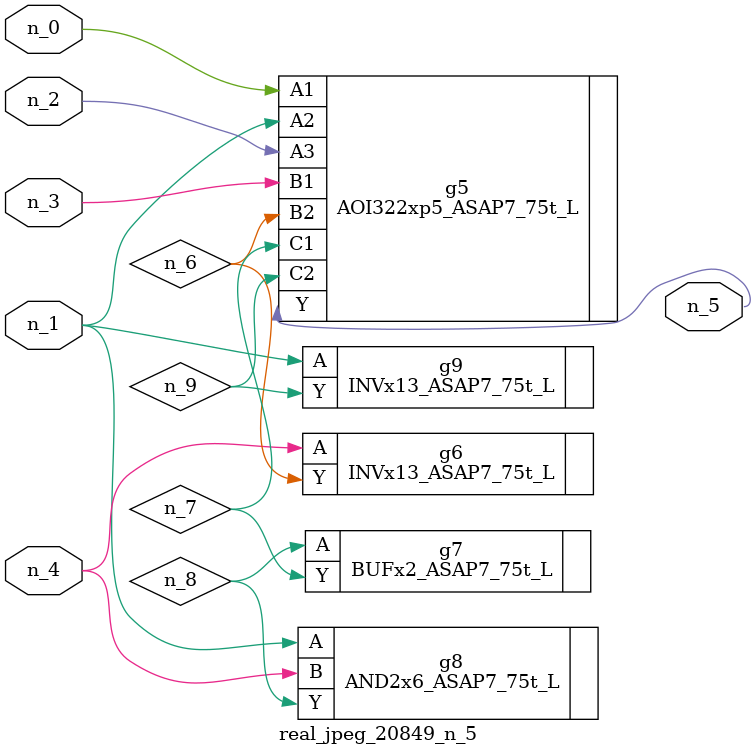
<source format=v>
module real_jpeg_20849_n_5 (n_4, n_0, n_1, n_2, n_3, n_5);

input n_4;
input n_0;
input n_1;
input n_2;
input n_3;

output n_5;

wire n_8;
wire n_6;
wire n_7;
wire n_9;

AOI322xp5_ASAP7_75t_L g5 ( 
.A1(n_0),
.A2(n_1),
.A3(n_2),
.B1(n_3),
.B2(n_6),
.C1(n_7),
.C2(n_9),
.Y(n_5)
);

AND2x6_ASAP7_75t_L g8 ( 
.A(n_1),
.B(n_4),
.Y(n_8)
);

INVx13_ASAP7_75t_L g9 ( 
.A(n_1),
.Y(n_9)
);

INVx13_ASAP7_75t_L g6 ( 
.A(n_4),
.Y(n_6)
);

BUFx2_ASAP7_75t_L g7 ( 
.A(n_8),
.Y(n_7)
);


endmodule
</source>
